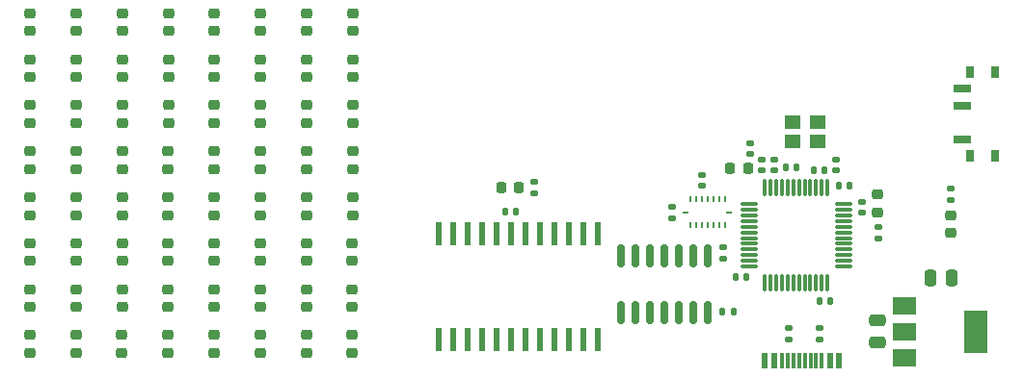
<source format=gbr>
%TF.GenerationSoftware,KiCad,Pcbnew,7.0.7*%
%TF.CreationDate,2026-01-29T00:22:59-05:00*%
%TF.ProjectId,sobc,736f6263-2e6b-4696-9361-645f70636258,rev?*%
%TF.SameCoordinates,Original*%
%TF.FileFunction,Paste,Top*%
%TF.FilePolarity,Positive*%
%FSLAX46Y46*%
G04 Gerber Fmt 4.6, Leading zero omitted, Abs format (unit mm)*
G04 Created by KiCad (PCBNEW 7.0.7) date 2026-01-29 00:22:59*
%MOMM*%
%LPD*%
G01*
G04 APERTURE LIST*
G04 Aperture macros list*
%AMRoundRect*
0 Rectangle with rounded corners*
0 $1 Rounding radius*
0 $2 $3 $4 $5 $6 $7 $8 $9 X,Y pos of 4 corners*
0 Add a 4 corners polygon primitive as box body*
4,1,4,$2,$3,$4,$5,$6,$7,$8,$9,$2,$3,0*
0 Add four circle primitives for the rounded corners*
1,1,$1+$1,$2,$3*
1,1,$1+$1,$4,$5*
1,1,$1+$1,$6,$7*
1,1,$1+$1,$8,$9*
0 Add four rect primitives between the rounded corners*
20,1,$1+$1,$2,$3,$4,$5,0*
20,1,$1+$1,$4,$5,$6,$7,0*
20,1,$1+$1,$6,$7,$8,$9,0*
20,1,$1+$1,$8,$9,$2,$3,0*%
G04 Aperture macros list end*
%ADD10RoundRect,0.218750X0.256250X-0.218750X0.256250X0.218750X-0.256250X0.218750X-0.256250X-0.218750X0*%
%ADD11RoundRect,0.140000X0.170000X-0.140000X0.170000X0.140000X-0.170000X0.140000X-0.170000X-0.140000X0*%
%ADD12RoundRect,0.135000X-0.185000X0.135000X-0.185000X-0.135000X0.185000X-0.135000X0.185000X0.135000X0*%
%ADD13RoundRect,0.150000X-0.150000X0.835000X-0.150000X-0.835000X0.150000X-0.835000X0.150000X0.835000X0*%
%ADD14RoundRect,0.135000X0.185000X-0.135000X0.185000X0.135000X-0.185000X0.135000X-0.185000X-0.135000X0*%
%ADD15RoundRect,0.250000X0.475000X-0.250000X0.475000X0.250000X-0.475000X0.250000X-0.475000X-0.250000X0*%
%ADD16RoundRect,0.140000X-0.140000X-0.170000X0.140000X-0.170000X0.140000X0.170000X-0.140000X0.170000X0*%
%ADD17RoundRect,0.073750X0.221250X-0.951250X0.221250X0.951250X-0.221250X0.951250X-0.221250X-0.951250X0*%
%ADD18R,2.000000X1.500000*%
%ADD19R,2.000000X3.800000*%
%ADD20RoundRect,0.225000X0.225000X0.250000X-0.225000X0.250000X-0.225000X-0.250000X0.225000X-0.250000X0*%
%ADD21RoundRect,0.140000X-0.170000X0.140000X-0.170000X-0.140000X0.170000X-0.140000X0.170000X0.140000X0*%
%ADD22RoundRect,0.218750X0.218750X0.256250X-0.218750X0.256250X-0.218750X-0.256250X0.218750X-0.256250X0*%
%ADD23R,1.400000X1.200000*%
%ADD24R,0.600000X1.450000*%
%ADD25R,0.300000X1.450000*%
%ADD26RoundRect,0.140000X0.140000X0.170000X-0.140000X0.170000X-0.140000X-0.170000X0.140000X-0.170000X0*%
%ADD27R,0.250000X0.475000*%
%ADD28R,0.475000X0.250000*%
%ADD29RoundRect,0.218750X-0.256250X0.218750X-0.256250X-0.218750X0.256250X-0.218750X0.256250X0.218750X0*%
%ADD30RoundRect,0.250000X0.250000X0.475000X-0.250000X0.475000X-0.250000X-0.475000X0.250000X-0.475000X0*%
%ADD31RoundRect,0.225000X-0.250000X0.225000X-0.250000X-0.225000X0.250000X-0.225000X0.250000X0.225000X0*%
%ADD32RoundRect,0.075000X-0.075000X0.662500X-0.075000X-0.662500X0.075000X-0.662500X0.075000X0.662500X0*%
%ADD33RoundRect,0.075000X-0.662500X0.075000X-0.662500X-0.075000X0.662500X-0.075000X0.662500X0.075000X0*%
%ADD34R,0.800000X1.000000*%
%ADD35R,1.500000X0.700000*%
G04 APERTURE END LIST*
D10*
%TO.C,D18*%
X179845000Y-90575000D03*
X179845000Y-89000000D03*
%TD*%
%TO.C,D17*%
X208165000Y-86525000D03*
X208165000Y-84950000D03*
%TD*%
D11*
%TO.C,C3*%
X250575000Y-94703400D03*
X250575000Y-93743400D03*
%TD*%
D12*
%TO.C,R7*%
X236220000Y-97940000D03*
X236220000Y-98960000D03*
%TD*%
D13*
%TO.C,Level Shifter*%
X239345000Y-102288400D03*
X238075000Y-102288400D03*
X236805000Y-102288400D03*
X235535000Y-102288400D03*
X234265000Y-102288400D03*
X232995000Y-102288400D03*
X231725000Y-102288400D03*
X231725000Y-107238400D03*
X232995000Y-107238400D03*
X234265000Y-107238400D03*
X235535000Y-107238400D03*
X236805000Y-107238400D03*
X238075000Y-107238400D03*
X239345000Y-107238400D03*
%TD*%
D10*
%TO.C,D21*%
X191980000Y-90575000D03*
X191980000Y-89000000D03*
%TD*%
%TO.C,D24*%
X204115000Y-90570000D03*
X204115000Y-88995000D03*
%TD*%
%TO.C,D57*%
X208140000Y-106755000D03*
X208140000Y-105180000D03*
%TD*%
D11*
%TO.C,C14*%
X238831600Y-96096400D03*
X238831600Y-95136400D03*
%TD*%
D10*
%TO.C,D33*%
X208155000Y-94620000D03*
X208155000Y-93045000D03*
%TD*%
%TO.C,D36*%
X187925000Y-98665000D03*
X187925000Y-97090000D03*
%TD*%
%TO.C,D50*%
X179825000Y-106760000D03*
X179825000Y-105185000D03*
%TD*%
D14*
%TO.C,R3*%
X246502400Y-109588400D03*
X246502400Y-108568400D03*
%TD*%
D10*
%TO.C,D23*%
X200070000Y-90570000D03*
X200070000Y-88995000D03*
%TD*%
%TO.C,D3*%
X183900000Y-82480000D03*
X183900000Y-80905000D03*
%TD*%
D15*
%TO.C,C12*%
X254275000Y-109843400D03*
X254275000Y-107943400D03*
%TD*%
D10*
%TO.C,D6*%
X196035000Y-82480000D03*
X196035000Y-80905000D03*
%TD*%
%TO.C,D41*%
X208150000Y-98665000D03*
X208150000Y-97090000D03*
%TD*%
D16*
%TO.C,C11*%
X246185000Y-94483400D03*
X247145000Y-94483400D03*
%TD*%
D14*
%TO.C,R2*%
X249194800Y-109588400D03*
X249194800Y-108568400D03*
%TD*%
D17*
%TO.C,MAX7219*%
X215724600Y-109575400D03*
X216994600Y-109575400D03*
X218264600Y-109575400D03*
X219534600Y-109575400D03*
X220804600Y-109575400D03*
X222074600Y-109575400D03*
X223344600Y-109575400D03*
X224614600Y-109575400D03*
X225884600Y-109575400D03*
X227154600Y-109575400D03*
X228424600Y-109575400D03*
X229694600Y-109575400D03*
X229694600Y-100265400D03*
X228424600Y-100265400D03*
X227154600Y-100265400D03*
X225884600Y-100265400D03*
X224614600Y-100265400D03*
X223344600Y-100265400D03*
X222074600Y-100265400D03*
X220804600Y-100265400D03*
X219534600Y-100265400D03*
X218264600Y-100265400D03*
X216994600Y-100265400D03*
X215724600Y-100265400D03*
%TD*%
D10*
%TO.C,D34*%
X179835000Y-98665000D03*
X179835000Y-97090000D03*
%TD*%
%TO.C,D55*%
X200050000Y-106760000D03*
X200050000Y-105185000D03*
%TD*%
D18*
%TO.C,AMS1117*%
X256605000Y-106663400D03*
X256605000Y-108963400D03*
D19*
X262905000Y-108963400D03*
D18*
X256605000Y-111263400D03*
%TD*%
D10*
%TO.C,D56*%
X204095000Y-106755000D03*
X204095000Y-105180000D03*
%TD*%
%TO.C,D9*%
X208170000Y-82480000D03*
X208170000Y-80905000D03*
%TD*%
%TO.C,D30*%
X196020000Y-94620000D03*
X196020000Y-93045000D03*
%TD*%
%TO.C,D52*%
X187915000Y-106760000D03*
X187915000Y-105185000D03*
%TD*%
%TO.C,D28*%
X187930000Y-94620000D03*
X187930000Y-93045000D03*
%TD*%
%TO.C,D35*%
X183880000Y-98665000D03*
X183880000Y-97090000D03*
%TD*%
%TO.C,D5*%
X191990000Y-82480000D03*
X191990000Y-80905000D03*
%TD*%
%TO.C,D63*%
X200045000Y-110805000D03*
X200045000Y-109230000D03*
%TD*%
D11*
%TO.C,C7*%
X244095000Y-94733400D03*
X244095000Y-93773400D03*
%TD*%
D10*
%TO.C,D62*%
X196000000Y-110805000D03*
X196000000Y-109230000D03*
%TD*%
D20*
%TO.C,C16*%
X222744600Y-96280400D03*
X221194600Y-96280400D03*
%TD*%
D10*
%TO.C,D31*%
X200065000Y-94620000D03*
X200065000Y-93045000D03*
%TD*%
%TO.C,D8*%
X204125000Y-82480000D03*
X204125000Y-80905000D03*
%TD*%
D21*
%TO.C,C15*%
X240685000Y-101513400D03*
X240685000Y-102473400D03*
%TD*%
D10*
%TO.C,D65*%
X208135000Y-110805000D03*
X208135000Y-109230000D03*
%TD*%
D16*
%TO.C,C9*%
X250848400Y-96099000D03*
X251808400Y-96099000D03*
%TD*%
D10*
%TO.C,D44*%
X187920000Y-102715000D03*
X187920000Y-101140000D03*
%TD*%
D11*
%TO.C,C8*%
X243085000Y-93283400D03*
X243085000Y-92323400D03*
%TD*%
D10*
%TO.C,D61*%
X191955000Y-110805000D03*
X191955000Y-109230000D03*
%TD*%
%TO.C,D54*%
X196005000Y-106760000D03*
X196005000Y-105185000D03*
%TD*%
%TO.C,D60*%
X187910000Y-110805000D03*
X187910000Y-109230000D03*
%TD*%
D22*
%TO.C,FB1*%
X242862500Y-94553400D03*
X241287500Y-94553400D03*
%TD*%
D10*
%TO.C,D19*%
X183890000Y-90575000D03*
X183890000Y-89000000D03*
%TD*%
%TO.C,D32*%
X204110000Y-94620000D03*
X204110000Y-93045000D03*
%TD*%
D23*
%TO.C,Y1*%
X248975000Y-90503400D03*
X246775000Y-90503400D03*
X246775000Y-92203400D03*
X248975000Y-92203400D03*
%TD*%
D10*
%TO.C,D40*%
X204105000Y-98665000D03*
X204105000Y-97090000D03*
%TD*%
D14*
%TO.C,R5*%
X260695000Y-97303400D03*
X260695000Y-96283400D03*
%TD*%
D10*
%TO.C,D10*%
X179850000Y-86530000D03*
X179850000Y-84955000D03*
%TD*%
D24*
%TO.C,J3*%
X244370000Y-111485000D03*
X245170000Y-111485000D03*
D25*
X246370000Y-111485000D03*
X247370000Y-111485000D03*
X247870000Y-111485000D03*
X248870000Y-111485000D03*
D24*
X250070000Y-111485000D03*
X250870000Y-111485000D03*
X250870000Y-111485000D03*
X250070000Y-111485000D03*
D25*
X249370000Y-111485000D03*
X248370000Y-111485000D03*
X246870000Y-111485000D03*
X245870000Y-111485000D03*
D24*
X245170000Y-111485000D03*
X244370000Y-111485000D03*
%TD*%
D10*
%TO.C,D53*%
X191960000Y-106760000D03*
X191960000Y-105185000D03*
%TD*%
D16*
%TO.C,C18*%
X240655000Y-107203400D03*
X241615000Y-107203400D03*
%TD*%
D21*
%TO.C,C1*%
X252903200Y-97473200D03*
X252903200Y-98433200D03*
%TD*%
D10*
%TO.C,D64*%
X204090000Y-110805000D03*
X204090000Y-109230000D03*
%TD*%
D26*
%TO.C,C2*%
X250132000Y-106233600D03*
X249172000Y-106233600D03*
%TD*%
D27*
%TO.C,U3*%
X237839600Y-97250400D03*
X238339600Y-97250400D03*
X238839600Y-97250400D03*
X239339600Y-97250400D03*
X239839600Y-97250400D03*
X240339600Y-97250400D03*
X240839600Y-97250400D03*
D28*
X241249600Y-98400400D03*
D27*
X240839600Y-99560400D03*
X240339600Y-99560400D03*
X239839600Y-99560400D03*
X239339600Y-99570400D03*
X238839600Y-99570400D03*
X238339600Y-99570400D03*
X237839600Y-99570400D03*
D28*
X237429600Y-98410400D03*
%TD*%
D10*
%TO.C,D48*%
X204100000Y-102710000D03*
X204100000Y-101135000D03*
%TD*%
%TO.C,D29*%
X191975000Y-94620000D03*
X191975000Y-93045000D03*
%TD*%
%TO.C,D15*%
X200075000Y-86525000D03*
X200075000Y-84950000D03*
%TD*%
%TO.C,D45*%
X191965000Y-102710000D03*
X191965000Y-101135000D03*
%TD*%
D12*
%TO.C,R6*%
X224109600Y-95705400D03*
X224109600Y-96725400D03*
%TD*%
D10*
%TO.C,D43*%
X183875000Y-102715000D03*
X183875000Y-101140000D03*
%TD*%
%TO.C,D59*%
X183865000Y-110805000D03*
X183865000Y-109230000D03*
%TD*%
%TO.C,D51*%
X183870000Y-106760000D03*
X183870000Y-105185000D03*
%TD*%
D29*
%TO.C,D1*%
X260665000Y-98655900D03*
X260665000Y-100230900D03*
%TD*%
D10*
%TO.C,D26*%
X179840000Y-94620000D03*
X179840000Y-93045000D03*
%TD*%
%TO.C,D22*%
X196025000Y-90575000D03*
X196025000Y-89000000D03*
%TD*%
%TO.C,D47*%
X200055000Y-102710000D03*
X200055000Y-101135000D03*
%TD*%
%TO.C,D27*%
X183885000Y-94620000D03*
X183885000Y-93045000D03*
%TD*%
D30*
%TO.C,C13*%
X260795000Y-104163400D03*
X258895000Y-104163400D03*
%TD*%
D14*
%TO.C,R1*%
X254325600Y-100698400D03*
X254325600Y-99678400D03*
%TD*%
D10*
%TO.C,D25*%
X208160000Y-90570000D03*
X208160000Y-88995000D03*
%TD*%
D31*
%TO.C,C5*%
X254224000Y-96873400D03*
X254224000Y-98423400D03*
%TD*%
D10*
%TO.C,D42*%
X179830000Y-102715000D03*
X179830000Y-101140000D03*
%TD*%
%TO.C,D14*%
X196030000Y-86525000D03*
X196030000Y-84950000D03*
%TD*%
%TO.C,D39*%
X200060000Y-98665000D03*
X200060000Y-97090000D03*
%TD*%
%TO.C,D49*%
X208145000Y-102710000D03*
X208145000Y-101135000D03*
%TD*%
%TO.C,D46*%
X196010000Y-102710000D03*
X196010000Y-101135000D03*
%TD*%
D32*
%TO.C,U6*%
X249862000Y-96279900D03*
X249362000Y-96279900D03*
X248862000Y-96279900D03*
X248362000Y-96279900D03*
X247862000Y-96279900D03*
X247362000Y-96279900D03*
X246862000Y-96279900D03*
X246362000Y-96279900D03*
X245862000Y-96279900D03*
X245362000Y-96279900D03*
X244862000Y-96279900D03*
X244362000Y-96279900D03*
D33*
X242949500Y-97692400D03*
X242949500Y-98192400D03*
X242949500Y-98692400D03*
X242949500Y-99192400D03*
X242949500Y-99692400D03*
X242949500Y-100192400D03*
X242949500Y-100692400D03*
X242949500Y-101192400D03*
X242949500Y-101692400D03*
X242949500Y-102192400D03*
X242949500Y-102692400D03*
X242949500Y-103192400D03*
D32*
X244362000Y-104604900D03*
X244862000Y-104604900D03*
X245362000Y-104604900D03*
X245862000Y-104604900D03*
X246362000Y-104604900D03*
X246862000Y-104604900D03*
X247362000Y-104604900D03*
X247862000Y-104604900D03*
X248362000Y-104604900D03*
X248862000Y-104604900D03*
X249362000Y-104604900D03*
X249862000Y-104604900D03*
D33*
X251274500Y-103192400D03*
X251274500Y-102692400D03*
X251274500Y-102192400D03*
X251274500Y-101692400D03*
X251274500Y-101192400D03*
X251274500Y-100692400D03*
X251274500Y-100192400D03*
X251274500Y-99692400D03*
X251274500Y-99192400D03*
X251274500Y-98692400D03*
X251274500Y-98192400D03*
X251274500Y-97692400D03*
%TD*%
D10*
%TO.C,D16*%
X204120000Y-86525000D03*
X204120000Y-84950000D03*
%TD*%
D34*
%TO.C,SW1*%
X262370000Y-93420000D03*
X264580000Y-93420000D03*
X262370000Y-86120000D03*
X264580000Y-86120000D03*
D35*
X261720000Y-92020000D03*
X261720000Y-89020000D03*
X261720000Y-87520000D03*
%TD*%
D10*
%TO.C,D2*%
X179855000Y-82480000D03*
X179855000Y-80905000D03*
%TD*%
%TO.C,D4*%
X187945000Y-82480000D03*
X187945000Y-80905000D03*
%TD*%
%TO.C,D12*%
X187940000Y-86525000D03*
X187940000Y-84950000D03*
%TD*%
D16*
%TO.C,C10*%
X248645000Y-94723400D03*
X249605000Y-94723400D03*
%TD*%
D10*
%TO.C,D20*%
X187935000Y-90575000D03*
X187935000Y-89000000D03*
%TD*%
D26*
%TO.C,C17*%
X222539600Y-98320400D03*
X221579600Y-98320400D03*
%TD*%
D10*
%TO.C,D11*%
X183895000Y-86530000D03*
X183895000Y-84955000D03*
%TD*%
%TO.C,D58*%
X179820000Y-110805000D03*
X179820000Y-109230000D03*
%TD*%
%TO.C,D37*%
X191970000Y-98665000D03*
X191970000Y-97090000D03*
%TD*%
%TO.C,D38*%
X196015000Y-98665000D03*
X196015000Y-97090000D03*
%TD*%
%TO.C,D13*%
X191985000Y-86525000D03*
X191985000Y-84950000D03*
%TD*%
D11*
%TO.C,C6*%
X245181600Y-94724800D03*
X245181600Y-93764800D03*
%TD*%
D10*
%TO.C,D7*%
X200080000Y-82480000D03*
X200080000Y-80905000D03*
%TD*%
D26*
%TO.C,C4*%
X242735000Y-104133400D03*
X241775000Y-104133400D03*
%TD*%
M02*

</source>
